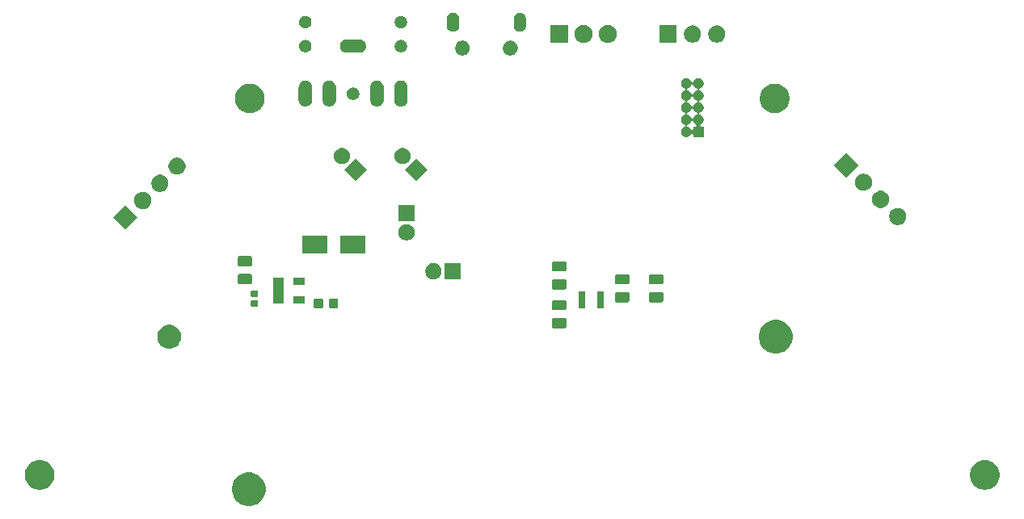
<source format=gbr>
G04 #@! TF.GenerationSoftware,KiCad,Pcbnew,(5.1.5)-3*
G04 #@! TF.CreationDate,2020-12-02T12:44:04-08:00*
G04 #@! TF.ProjectId,USonicTherminNoName,55536f6e-6963-4546-9865-726d696e4e6f,1.0*
G04 #@! TF.SameCoordinates,Original*
G04 #@! TF.FileFunction,Soldermask,Bot*
G04 #@! TF.FilePolarity,Negative*
%FSLAX46Y46*%
G04 Gerber Fmt 4.6, Leading zero omitted, Abs format (unit mm)*
G04 Created by KiCad (PCBNEW (5.1.5)-3) date 2020-12-02 12:44:04*
%MOMM*%
%LPD*%
G04 APERTURE LIST*
%ADD10C,0.100000*%
G04 APERTURE END LIST*
D10*
G36*
X113032039Y-136212250D02*
G01*
X113164796Y-136267240D01*
X113355251Y-136346129D01*
X113646134Y-136540491D01*
X113893509Y-136787866D01*
X114087871Y-137078749D01*
X114087871Y-137078750D01*
X114221750Y-137401961D01*
X114290000Y-137745078D01*
X114290000Y-138094922D01*
X114221750Y-138438039D01*
X114143325Y-138627372D01*
X114087871Y-138761251D01*
X113893509Y-139052134D01*
X113646134Y-139299509D01*
X113355251Y-139493871D01*
X113221372Y-139549325D01*
X113032039Y-139627750D01*
X112688922Y-139696000D01*
X112339078Y-139696000D01*
X111995961Y-139627750D01*
X111806628Y-139549325D01*
X111672749Y-139493871D01*
X111381866Y-139299509D01*
X111134491Y-139052134D01*
X110940129Y-138761251D01*
X110884675Y-138627372D01*
X110806250Y-138438039D01*
X110738000Y-138094922D01*
X110738000Y-137745078D01*
X110806250Y-137401961D01*
X110940129Y-137078750D01*
X110940129Y-137078749D01*
X111134491Y-136787866D01*
X111381866Y-136540491D01*
X111672749Y-136346129D01*
X111863204Y-136267240D01*
X111995961Y-136212250D01*
X112339078Y-136144000D01*
X112688922Y-136144000D01*
X113032039Y-136212250D01*
G37*
G36*
X189916585Y-134898802D02*
G01*
X190066410Y-134928604D01*
X190348674Y-135045521D01*
X190602705Y-135215259D01*
X190818741Y-135431295D01*
X190988479Y-135685326D01*
X191105396Y-135967590D01*
X191165000Y-136267240D01*
X191165000Y-136572760D01*
X191105396Y-136872410D01*
X190988479Y-137154674D01*
X190818741Y-137408705D01*
X190602705Y-137624741D01*
X190348674Y-137794479D01*
X190066410Y-137911396D01*
X189916585Y-137941198D01*
X189766761Y-137971000D01*
X189461239Y-137971000D01*
X189311415Y-137941198D01*
X189161590Y-137911396D01*
X188879326Y-137794479D01*
X188625295Y-137624741D01*
X188409259Y-137408705D01*
X188239521Y-137154674D01*
X188122604Y-136872410D01*
X188063000Y-136572760D01*
X188063000Y-136267240D01*
X188122604Y-135967590D01*
X188239521Y-135685326D01*
X188409259Y-135431295D01*
X188625295Y-135215259D01*
X188879326Y-135045521D01*
X189161590Y-134928604D01*
X189311415Y-134898802D01*
X189461239Y-134869000D01*
X189766761Y-134869000D01*
X189916585Y-134898802D01*
G37*
G36*
X90916585Y-134898802D02*
G01*
X91066410Y-134928604D01*
X91348674Y-135045521D01*
X91602705Y-135215259D01*
X91818741Y-135431295D01*
X91988479Y-135685326D01*
X92105396Y-135967590D01*
X92165000Y-136267240D01*
X92165000Y-136572760D01*
X92105396Y-136872410D01*
X91988479Y-137154674D01*
X91818741Y-137408705D01*
X91602705Y-137624741D01*
X91348674Y-137794479D01*
X91066410Y-137911396D01*
X90916585Y-137941198D01*
X90766761Y-137971000D01*
X90461239Y-137971000D01*
X90311415Y-137941198D01*
X90161590Y-137911396D01*
X89879326Y-137794479D01*
X89625295Y-137624741D01*
X89409259Y-137408705D01*
X89239521Y-137154674D01*
X89122604Y-136872410D01*
X89063000Y-136572760D01*
X89063000Y-136267240D01*
X89122604Y-135967590D01*
X89239521Y-135685326D01*
X89409259Y-135431295D01*
X89625295Y-135215259D01*
X89879326Y-135045521D01*
X90161590Y-134928604D01*
X90311415Y-134898802D01*
X90461239Y-134869000D01*
X90766761Y-134869000D01*
X90916585Y-134898802D01*
G37*
G36*
X168232039Y-120212250D02*
G01*
X168421372Y-120290675D01*
X168555251Y-120346129D01*
X168846134Y-120540491D01*
X169093509Y-120787866D01*
X169287871Y-121078749D01*
X169287871Y-121078750D01*
X169421750Y-121401961D01*
X169490000Y-121745078D01*
X169490000Y-122094922D01*
X169421750Y-122438039D01*
X169391859Y-122510201D01*
X169287871Y-122761251D01*
X169093509Y-123052134D01*
X168846134Y-123299509D01*
X168555251Y-123493871D01*
X168421372Y-123549325D01*
X168232039Y-123627750D01*
X167888922Y-123696000D01*
X167539078Y-123696000D01*
X167195961Y-123627750D01*
X167006628Y-123549325D01*
X166872749Y-123493871D01*
X166581866Y-123299509D01*
X166334491Y-123052134D01*
X166140129Y-122761251D01*
X166036141Y-122510201D01*
X166006250Y-122438039D01*
X165938000Y-122094922D01*
X165938000Y-121745078D01*
X166006250Y-121401961D01*
X166140129Y-121078750D01*
X166140129Y-121078749D01*
X166334491Y-120787866D01*
X166581866Y-120540491D01*
X166872749Y-120346129D01*
X167006628Y-120290675D01*
X167195961Y-120212250D01*
X167539078Y-120144000D01*
X167888922Y-120144000D01*
X168232039Y-120212250D01*
G37*
G36*
X104547444Y-120721882D02*
G01*
X104774201Y-120815808D01*
X104841919Y-120861056D01*
X104978279Y-120952168D01*
X105151832Y-121125721D01*
X105242944Y-121262081D01*
X105288192Y-121329799D01*
X105382118Y-121556556D01*
X105430000Y-121797278D01*
X105430000Y-122042722D01*
X105382118Y-122283444D01*
X105288192Y-122510201D01*
X105288191Y-122510202D01*
X105151832Y-122714279D01*
X104978279Y-122887832D01*
X104841919Y-122978944D01*
X104774201Y-123024192D01*
X104547444Y-123118118D01*
X104306722Y-123166000D01*
X104061278Y-123166000D01*
X103820556Y-123118118D01*
X103593799Y-123024192D01*
X103526081Y-122978944D01*
X103389721Y-122887832D01*
X103216168Y-122714279D01*
X103079809Y-122510202D01*
X103079808Y-122510201D01*
X102985882Y-122283444D01*
X102938000Y-122042722D01*
X102938000Y-121797278D01*
X102985882Y-121556556D01*
X103079808Y-121329799D01*
X103125056Y-121262081D01*
X103216168Y-121125721D01*
X103389721Y-120952168D01*
X103526081Y-120861056D01*
X103593799Y-120815808D01*
X103820556Y-120721882D01*
X104061278Y-120674000D01*
X104306722Y-120674000D01*
X104547444Y-120721882D01*
G37*
G36*
X145618468Y-119957565D02*
G01*
X145657138Y-119969296D01*
X145692777Y-119988346D01*
X145724017Y-120013983D01*
X145749654Y-120045223D01*
X145768704Y-120080862D01*
X145780435Y-120119532D01*
X145785000Y-120165888D01*
X145785000Y-120817112D01*
X145780435Y-120863468D01*
X145768704Y-120902138D01*
X145749654Y-120937777D01*
X145724017Y-120969017D01*
X145692777Y-120994654D01*
X145657138Y-121013704D01*
X145618468Y-121025435D01*
X145572112Y-121030000D01*
X144495888Y-121030000D01*
X144449532Y-121025435D01*
X144410862Y-121013704D01*
X144375223Y-120994654D01*
X144343983Y-120969017D01*
X144318346Y-120937777D01*
X144299296Y-120902138D01*
X144287565Y-120863468D01*
X144283000Y-120817112D01*
X144283000Y-120165888D01*
X144287565Y-120119532D01*
X144299296Y-120080862D01*
X144318346Y-120045223D01*
X144343983Y-120013983D01*
X144375223Y-119988346D01*
X144410862Y-119969296D01*
X144449532Y-119957565D01*
X144495888Y-119953000D01*
X145572112Y-119953000D01*
X145618468Y-119957565D01*
G37*
G36*
X145618468Y-118082565D02*
G01*
X145657138Y-118094296D01*
X145692777Y-118113346D01*
X145724017Y-118138983D01*
X145749654Y-118170223D01*
X145768704Y-118205862D01*
X145780435Y-118244532D01*
X145785000Y-118290888D01*
X145785000Y-118942112D01*
X145780435Y-118988468D01*
X145768704Y-119027138D01*
X145749654Y-119062777D01*
X145724017Y-119094017D01*
X145692777Y-119119654D01*
X145657138Y-119138704D01*
X145618468Y-119150435D01*
X145572112Y-119155000D01*
X144495888Y-119155000D01*
X144449532Y-119150435D01*
X144410862Y-119138704D01*
X144375223Y-119119654D01*
X144343983Y-119094017D01*
X144318346Y-119062777D01*
X144299296Y-119027138D01*
X144287565Y-118988468D01*
X144283000Y-118942112D01*
X144283000Y-118290888D01*
X144287565Y-118244532D01*
X144299296Y-118205862D01*
X144318346Y-118170223D01*
X144343983Y-118138983D01*
X144375223Y-118113346D01*
X144410862Y-118094296D01*
X144449532Y-118082565D01*
X144495888Y-118078000D01*
X145572112Y-118078000D01*
X145618468Y-118082565D01*
G37*
G36*
X147787000Y-118975000D02*
G01*
X147085000Y-118975000D01*
X147085000Y-117153000D01*
X147787000Y-117153000D01*
X147787000Y-118975000D01*
G37*
G36*
X149687000Y-118975000D02*
G01*
X148985000Y-118975000D01*
X148985000Y-117153000D01*
X149687000Y-117153000D01*
X149687000Y-118975000D01*
G37*
G36*
X120168591Y-117898085D02*
G01*
X120202569Y-117908393D01*
X120233890Y-117925134D01*
X120261339Y-117947661D01*
X120283866Y-117975110D01*
X120300607Y-118006431D01*
X120310915Y-118040409D01*
X120315000Y-118081890D01*
X120315000Y-118758110D01*
X120310915Y-118799591D01*
X120300607Y-118833569D01*
X120283866Y-118864890D01*
X120261339Y-118892339D01*
X120233890Y-118914866D01*
X120202569Y-118931607D01*
X120168591Y-118941915D01*
X120127110Y-118946000D01*
X119525890Y-118946000D01*
X119484409Y-118941915D01*
X119450431Y-118931607D01*
X119419110Y-118914866D01*
X119391661Y-118892339D01*
X119369134Y-118864890D01*
X119352393Y-118833569D01*
X119342085Y-118799591D01*
X119338000Y-118758110D01*
X119338000Y-118081890D01*
X119342085Y-118040409D01*
X119352393Y-118006431D01*
X119369134Y-117975110D01*
X119391661Y-117947661D01*
X119419110Y-117925134D01*
X119450431Y-117908393D01*
X119484409Y-117898085D01*
X119525890Y-117894000D01*
X120127110Y-117894000D01*
X120168591Y-117898085D01*
G37*
G36*
X121743591Y-117898085D02*
G01*
X121777569Y-117908393D01*
X121808890Y-117925134D01*
X121836339Y-117947661D01*
X121858866Y-117975110D01*
X121875607Y-118006431D01*
X121885915Y-118040409D01*
X121890000Y-118081890D01*
X121890000Y-118758110D01*
X121885915Y-118799591D01*
X121875607Y-118833569D01*
X121858866Y-118864890D01*
X121836339Y-118892339D01*
X121808890Y-118914866D01*
X121777569Y-118931607D01*
X121743591Y-118941915D01*
X121702110Y-118946000D01*
X121100890Y-118946000D01*
X121059409Y-118941915D01*
X121025431Y-118931607D01*
X120994110Y-118914866D01*
X120966661Y-118892339D01*
X120944134Y-118864890D01*
X120927393Y-118833569D01*
X120917085Y-118799591D01*
X120913000Y-118758110D01*
X120913000Y-118081890D01*
X120917085Y-118040409D01*
X120927393Y-118006431D01*
X120944134Y-117975110D01*
X120966661Y-117947661D01*
X120994110Y-117925134D01*
X121025431Y-117908393D01*
X121059409Y-117898085D01*
X121100890Y-117894000D01*
X121702110Y-117894000D01*
X121743591Y-117898085D01*
G37*
G36*
X113395938Y-118061716D02*
G01*
X113416557Y-118067971D01*
X113435553Y-118078124D01*
X113452208Y-118091792D01*
X113465876Y-118108447D01*
X113476029Y-118127443D01*
X113482284Y-118148062D01*
X113485000Y-118175640D01*
X113485000Y-118634360D01*
X113482284Y-118661938D01*
X113476029Y-118682557D01*
X113465876Y-118701553D01*
X113452208Y-118718208D01*
X113435553Y-118731876D01*
X113416557Y-118742029D01*
X113395938Y-118748284D01*
X113368360Y-118751000D01*
X112859640Y-118751000D01*
X112832062Y-118748284D01*
X112811443Y-118742029D01*
X112792447Y-118731876D01*
X112775792Y-118718208D01*
X112762124Y-118701553D01*
X112751971Y-118682557D01*
X112745716Y-118661938D01*
X112743000Y-118634360D01*
X112743000Y-118175640D01*
X112745716Y-118148062D01*
X112751971Y-118127443D01*
X112762124Y-118108447D01*
X112775792Y-118091792D01*
X112792447Y-118078124D01*
X112811443Y-118067971D01*
X112832062Y-118061716D01*
X112859640Y-118059000D01*
X113368360Y-118059000D01*
X113395938Y-118061716D01*
G37*
G36*
X116195000Y-118402000D02*
G01*
X115033000Y-118402000D01*
X115033000Y-115750000D01*
X116195000Y-115750000D01*
X116195000Y-118402000D01*
G37*
G36*
X118395000Y-118402000D02*
G01*
X117233000Y-118402000D01*
X117233000Y-117650000D01*
X118395000Y-117650000D01*
X118395000Y-118402000D01*
G37*
G36*
X155778468Y-117243565D02*
G01*
X155817138Y-117255296D01*
X155852777Y-117274346D01*
X155884017Y-117299983D01*
X155909654Y-117331223D01*
X155928704Y-117366862D01*
X155940435Y-117405532D01*
X155945000Y-117451888D01*
X155945000Y-118103112D01*
X155940435Y-118149468D01*
X155928704Y-118188138D01*
X155909654Y-118223777D01*
X155884017Y-118255017D01*
X155852777Y-118280654D01*
X155817138Y-118299704D01*
X155778468Y-118311435D01*
X155732112Y-118316000D01*
X154655888Y-118316000D01*
X154609532Y-118311435D01*
X154570862Y-118299704D01*
X154535223Y-118280654D01*
X154503983Y-118255017D01*
X154478346Y-118223777D01*
X154459296Y-118188138D01*
X154447565Y-118149468D01*
X154443000Y-118103112D01*
X154443000Y-117451888D01*
X154447565Y-117405532D01*
X154459296Y-117366862D01*
X154478346Y-117331223D01*
X154503983Y-117299983D01*
X154535223Y-117274346D01*
X154570862Y-117255296D01*
X154609532Y-117243565D01*
X154655888Y-117239000D01*
X155732112Y-117239000D01*
X155778468Y-117243565D01*
G37*
G36*
X152222468Y-117243565D02*
G01*
X152261138Y-117255296D01*
X152296777Y-117274346D01*
X152328017Y-117299983D01*
X152353654Y-117331223D01*
X152372704Y-117366862D01*
X152384435Y-117405532D01*
X152389000Y-117451888D01*
X152389000Y-118103112D01*
X152384435Y-118149468D01*
X152372704Y-118188138D01*
X152353654Y-118223777D01*
X152328017Y-118255017D01*
X152296777Y-118280654D01*
X152261138Y-118299704D01*
X152222468Y-118311435D01*
X152176112Y-118316000D01*
X151099888Y-118316000D01*
X151053532Y-118311435D01*
X151014862Y-118299704D01*
X150979223Y-118280654D01*
X150947983Y-118255017D01*
X150922346Y-118223777D01*
X150903296Y-118188138D01*
X150891565Y-118149468D01*
X150887000Y-118103112D01*
X150887000Y-117451888D01*
X150891565Y-117405532D01*
X150903296Y-117366862D01*
X150922346Y-117331223D01*
X150947983Y-117299983D01*
X150979223Y-117274346D01*
X151014862Y-117255296D01*
X151053532Y-117243565D01*
X151099888Y-117239000D01*
X152176112Y-117239000D01*
X152222468Y-117243565D01*
G37*
G36*
X113395938Y-117091716D02*
G01*
X113416557Y-117097971D01*
X113435553Y-117108124D01*
X113452208Y-117121792D01*
X113465876Y-117138447D01*
X113476029Y-117157443D01*
X113482284Y-117178062D01*
X113485000Y-117205640D01*
X113485000Y-117664360D01*
X113482284Y-117691938D01*
X113476029Y-117712557D01*
X113465876Y-117731553D01*
X113452208Y-117748208D01*
X113435553Y-117761876D01*
X113416557Y-117772029D01*
X113395938Y-117778284D01*
X113368360Y-117781000D01*
X112859640Y-117781000D01*
X112832062Y-117778284D01*
X112811443Y-117772029D01*
X112792447Y-117761876D01*
X112775792Y-117748208D01*
X112762124Y-117731553D01*
X112751971Y-117712557D01*
X112745716Y-117691938D01*
X112743000Y-117664360D01*
X112743000Y-117205640D01*
X112745716Y-117178062D01*
X112751971Y-117157443D01*
X112762124Y-117138447D01*
X112775792Y-117121792D01*
X112792447Y-117108124D01*
X112811443Y-117097971D01*
X112832062Y-117091716D01*
X112859640Y-117089000D01*
X113368360Y-117089000D01*
X113395938Y-117091716D01*
G37*
G36*
X145618468Y-115895065D02*
G01*
X145657138Y-115906796D01*
X145692777Y-115925846D01*
X145724017Y-115951483D01*
X145749654Y-115982723D01*
X145768704Y-116018362D01*
X145780435Y-116057032D01*
X145785000Y-116103388D01*
X145785000Y-116754612D01*
X145780435Y-116800968D01*
X145768704Y-116839638D01*
X145749654Y-116875277D01*
X145724017Y-116906517D01*
X145692777Y-116932154D01*
X145657138Y-116951204D01*
X145618468Y-116962935D01*
X145572112Y-116967500D01*
X144495888Y-116967500D01*
X144449532Y-116962935D01*
X144410862Y-116951204D01*
X144375223Y-116932154D01*
X144343983Y-116906517D01*
X144318346Y-116875277D01*
X144299296Y-116839638D01*
X144287565Y-116800968D01*
X144283000Y-116754612D01*
X144283000Y-116103388D01*
X144287565Y-116057032D01*
X144299296Y-116018362D01*
X144318346Y-115982723D01*
X144343983Y-115951483D01*
X144375223Y-115925846D01*
X144410862Y-115906796D01*
X144449532Y-115895065D01*
X144495888Y-115890500D01*
X145572112Y-115890500D01*
X145618468Y-115895065D01*
G37*
G36*
X118395000Y-116502000D02*
G01*
X117233000Y-116502000D01*
X117233000Y-115750000D01*
X118395000Y-115750000D01*
X118395000Y-116502000D01*
G37*
G36*
X152222468Y-115368565D02*
G01*
X152261138Y-115380296D01*
X152296777Y-115399346D01*
X152328017Y-115424983D01*
X152353654Y-115456223D01*
X152372704Y-115491862D01*
X152384435Y-115530532D01*
X152389000Y-115576888D01*
X152389000Y-116228112D01*
X152384435Y-116274468D01*
X152372704Y-116313138D01*
X152353654Y-116348777D01*
X152328017Y-116380017D01*
X152296777Y-116405654D01*
X152261138Y-116424704D01*
X152222468Y-116436435D01*
X152176112Y-116441000D01*
X151099888Y-116441000D01*
X151053532Y-116436435D01*
X151014862Y-116424704D01*
X150979223Y-116405654D01*
X150947983Y-116380017D01*
X150922346Y-116348777D01*
X150903296Y-116313138D01*
X150891565Y-116274468D01*
X150887000Y-116228112D01*
X150887000Y-115576888D01*
X150891565Y-115530532D01*
X150903296Y-115491862D01*
X150922346Y-115456223D01*
X150947983Y-115424983D01*
X150979223Y-115399346D01*
X151014862Y-115380296D01*
X151053532Y-115368565D01*
X151099888Y-115364000D01*
X152176112Y-115364000D01*
X152222468Y-115368565D01*
G37*
G36*
X155778468Y-115368565D02*
G01*
X155817138Y-115380296D01*
X155852777Y-115399346D01*
X155884017Y-115424983D01*
X155909654Y-115456223D01*
X155928704Y-115491862D01*
X155940435Y-115530532D01*
X155945000Y-115576888D01*
X155945000Y-116228112D01*
X155940435Y-116274468D01*
X155928704Y-116313138D01*
X155909654Y-116348777D01*
X155884017Y-116380017D01*
X155852777Y-116405654D01*
X155817138Y-116424704D01*
X155778468Y-116436435D01*
X155732112Y-116441000D01*
X154655888Y-116441000D01*
X154609532Y-116436435D01*
X154570862Y-116424704D01*
X154535223Y-116405654D01*
X154503983Y-116380017D01*
X154478346Y-116348777D01*
X154459296Y-116313138D01*
X154447565Y-116274468D01*
X154443000Y-116228112D01*
X154443000Y-115576888D01*
X154447565Y-115530532D01*
X154459296Y-115491862D01*
X154478346Y-115456223D01*
X154503983Y-115424983D01*
X154535223Y-115399346D01*
X154570862Y-115380296D01*
X154609532Y-115368565D01*
X154655888Y-115364000D01*
X155732112Y-115364000D01*
X155778468Y-115368565D01*
G37*
G36*
X112698468Y-115323565D02*
G01*
X112737138Y-115335296D01*
X112772777Y-115354346D01*
X112804017Y-115379983D01*
X112829654Y-115411223D01*
X112848704Y-115446862D01*
X112860435Y-115485532D01*
X112865000Y-115531888D01*
X112865000Y-116183112D01*
X112860435Y-116229468D01*
X112848704Y-116268138D01*
X112829654Y-116303777D01*
X112804017Y-116335017D01*
X112772777Y-116360654D01*
X112737138Y-116379704D01*
X112698468Y-116391435D01*
X112652112Y-116396000D01*
X111575888Y-116396000D01*
X111529532Y-116391435D01*
X111490862Y-116379704D01*
X111455223Y-116360654D01*
X111423983Y-116335017D01*
X111398346Y-116303777D01*
X111379296Y-116268138D01*
X111367565Y-116229468D01*
X111363000Y-116183112D01*
X111363000Y-115531888D01*
X111367565Y-115485532D01*
X111379296Y-115446862D01*
X111398346Y-115411223D01*
X111423983Y-115379983D01*
X111455223Y-115354346D01*
X111490862Y-115335296D01*
X111529532Y-115323565D01*
X111575888Y-115319000D01*
X112652112Y-115319000D01*
X112698468Y-115323565D01*
G37*
G36*
X134709000Y-115913000D02*
G01*
X133007000Y-115913000D01*
X133007000Y-114211000D01*
X134709000Y-114211000D01*
X134709000Y-115913000D01*
G37*
G36*
X132106228Y-114243703D02*
G01*
X132261100Y-114307853D01*
X132400481Y-114400985D01*
X132519015Y-114519519D01*
X132612147Y-114658900D01*
X132676297Y-114813772D01*
X132709000Y-114978184D01*
X132709000Y-115145816D01*
X132676297Y-115310228D01*
X132612147Y-115465100D01*
X132519015Y-115604481D01*
X132400481Y-115723015D01*
X132261100Y-115816147D01*
X132106228Y-115880297D01*
X131941816Y-115913000D01*
X131774184Y-115913000D01*
X131609772Y-115880297D01*
X131454900Y-115816147D01*
X131315519Y-115723015D01*
X131196985Y-115604481D01*
X131103853Y-115465100D01*
X131039703Y-115310228D01*
X131007000Y-115145816D01*
X131007000Y-114978184D01*
X131039703Y-114813772D01*
X131103853Y-114658900D01*
X131196985Y-114519519D01*
X131315519Y-114400985D01*
X131454900Y-114307853D01*
X131609772Y-114243703D01*
X131774184Y-114211000D01*
X131941816Y-114211000D01*
X132106228Y-114243703D01*
G37*
G36*
X145618468Y-114020065D02*
G01*
X145657138Y-114031796D01*
X145692777Y-114050846D01*
X145724017Y-114076483D01*
X145749654Y-114107723D01*
X145768704Y-114143362D01*
X145780435Y-114182032D01*
X145785000Y-114228388D01*
X145785000Y-114879612D01*
X145780435Y-114925968D01*
X145768704Y-114964638D01*
X145749654Y-115000277D01*
X145724017Y-115031517D01*
X145692777Y-115057154D01*
X145657138Y-115076204D01*
X145618468Y-115087935D01*
X145572112Y-115092500D01*
X144495888Y-115092500D01*
X144449532Y-115087935D01*
X144410862Y-115076204D01*
X144375223Y-115057154D01*
X144343983Y-115031517D01*
X144318346Y-115000277D01*
X144299296Y-114964638D01*
X144287565Y-114925968D01*
X144283000Y-114879612D01*
X144283000Y-114228388D01*
X144287565Y-114182032D01*
X144299296Y-114143362D01*
X144318346Y-114107723D01*
X144343983Y-114076483D01*
X144375223Y-114050846D01*
X144410862Y-114031796D01*
X144449532Y-114020065D01*
X144495888Y-114015500D01*
X145572112Y-114015500D01*
X145618468Y-114020065D01*
G37*
G36*
X112698468Y-113448565D02*
G01*
X112737138Y-113460296D01*
X112772777Y-113479346D01*
X112804017Y-113504983D01*
X112829654Y-113536223D01*
X112848704Y-113571862D01*
X112860435Y-113610532D01*
X112865000Y-113656888D01*
X112865000Y-114308112D01*
X112860435Y-114354468D01*
X112848704Y-114393138D01*
X112829654Y-114428777D01*
X112804017Y-114460017D01*
X112772777Y-114485654D01*
X112737138Y-114504704D01*
X112698468Y-114516435D01*
X112652112Y-114521000D01*
X111575888Y-114521000D01*
X111529532Y-114516435D01*
X111490862Y-114504704D01*
X111455223Y-114485654D01*
X111423983Y-114460017D01*
X111398346Y-114428777D01*
X111379296Y-114393138D01*
X111367565Y-114354468D01*
X111363000Y-114308112D01*
X111363000Y-113656888D01*
X111367565Y-113610532D01*
X111379296Y-113571862D01*
X111398346Y-113536223D01*
X111423983Y-113504983D01*
X111455223Y-113479346D01*
X111490862Y-113460296D01*
X111529532Y-113448565D01*
X111575888Y-113444000D01*
X112652112Y-113444000D01*
X112698468Y-113448565D01*
G37*
G36*
X120713000Y-113169000D02*
G01*
X118111000Y-113169000D01*
X118111000Y-111367000D01*
X120713000Y-111367000D01*
X120713000Y-113169000D01*
G37*
G36*
X124713000Y-113169000D02*
G01*
X122111000Y-113169000D01*
X122111000Y-111367000D01*
X124713000Y-111367000D01*
X124713000Y-113169000D01*
G37*
G36*
X129280228Y-110147703D02*
G01*
X129435100Y-110211853D01*
X129574481Y-110304985D01*
X129693015Y-110423519D01*
X129786147Y-110562900D01*
X129850297Y-110717772D01*
X129883000Y-110882184D01*
X129883000Y-111049816D01*
X129850297Y-111214228D01*
X129786147Y-111369100D01*
X129693015Y-111508481D01*
X129574481Y-111627015D01*
X129435100Y-111720147D01*
X129280228Y-111784297D01*
X129115816Y-111817000D01*
X128948184Y-111817000D01*
X128783772Y-111784297D01*
X128628900Y-111720147D01*
X128489519Y-111627015D01*
X128370985Y-111508481D01*
X128277853Y-111369100D01*
X128213703Y-111214228D01*
X128181000Y-111049816D01*
X128181000Y-110882184D01*
X128213703Y-110717772D01*
X128277853Y-110562900D01*
X128370985Y-110423519D01*
X128489519Y-110304985D01*
X128628900Y-110211853D01*
X128783772Y-110147703D01*
X128948184Y-110115000D01*
X129115816Y-110115000D01*
X129280228Y-110147703D01*
G37*
G36*
X100888206Y-109420000D02*
G01*
X99614000Y-110694206D01*
X98339794Y-109420000D01*
X99614000Y-108145794D01*
X100888206Y-109420000D01*
G37*
G36*
X180615666Y-108412081D02*
G01*
X180764966Y-108441778D01*
X180928938Y-108509698D01*
X181076508Y-108608301D01*
X181202007Y-108733800D01*
X181300610Y-108881370D01*
X181368530Y-109045342D01*
X181403154Y-109219413D01*
X181403154Y-109396895D01*
X181368530Y-109570966D01*
X181300610Y-109734938D01*
X181202007Y-109882508D01*
X181076508Y-110008007D01*
X180928938Y-110106610D01*
X180764966Y-110174530D01*
X180615666Y-110204227D01*
X180590896Y-110209154D01*
X180413412Y-110209154D01*
X180388642Y-110204227D01*
X180239342Y-110174530D01*
X180075370Y-110106610D01*
X179927800Y-110008007D01*
X179802301Y-109882508D01*
X179703698Y-109734938D01*
X179635778Y-109570966D01*
X179601154Y-109396895D01*
X179601154Y-109219413D01*
X179635778Y-109045342D01*
X179703698Y-108881370D01*
X179802301Y-108733800D01*
X179927800Y-108608301D01*
X180075370Y-108509698D01*
X180239342Y-108441778D01*
X180388642Y-108412081D01*
X180413412Y-108407154D01*
X180590896Y-108407154D01*
X180615666Y-108412081D01*
G37*
G36*
X129883000Y-109817000D02*
G01*
X128181000Y-109817000D01*
X128181000Y-108115000D01*
X129883000Y-108115000D01*
X129883000Y-109817000D01*
G37*
G36*
X101523563Y-106727876D02*
G01*
X101672863Y-106757573D01*
X101836835Y-106825493D01*
X101984405Y-106924096D01*
X102109904Y-107049595D01*
X102208507Y-107197165D01*
X102276427Y-107361137D01*
X102311051Y-107535208D01*
X102311051Y-107712690D01*
X102276427Y-107886761D01*
X102208507Y-108050733D01*
X102109904Y-108198303D01*
X101984405Y-108323802D01*
X101836835Y-108422405D01*
X101672863Y-108490325D01*
X101523563Y-108520022D01*
X101498793Y-108524949D01*
X101321309Y-108524949D01*
X101296539Y-108520022D01*
X101147239Y-108490325D01*
X100983267Y-108422405D01*
X100835697Y-108323802D01*
X100710198Y-108198303D01*
X100611595Y-108050733D01*
X100543675Y-107886761D01*
X100509051Y-107712690D01*
X100509051Y-107535208D01*
X100543675Y-107361137D01*
X100611595Y-107197165D01*
X100710198Y-107049595D01*
X100835697Y-106924096D01*
X100983267Y-106825493D01*
X101147239Y-106757573D01*
X101296539Y-106727876D01*
X101321309Y-106722949D01*
X101498793Y-106722949D01*
X101523563Y-106727876D01*
G37*
G36*
X178819614Y-106616029D02*
G01*
X178968914Y-106645726D01*
X179132886Y-106713646D01*
X179280456Y-106812249D01*
X179405955Y-106937748D01*
X179504558Y-107085318D01*
X179572478Y-107249290D01*
X179607102Y-107423361D01*
X179607102Y-107600843D01*
X179572478Y-107774914D01*
X179504558Y-107938886D01*
X179405955Y-108086456D01*
X179280456Y-108211955D01*
X179132886Y-108310558D01*
X178968914Y-108378478D01*
X178824746Y-108407154D01*
X178794844Y-108413102D01*
X178617360Y-108413102D01*
X178587458Y-108407154D01*
X178443290Y-108378478D01*
X178279318Y-108310558D01*
X178131748Y-108211955D01*
X178006249Y-108086456D01*
X177907646Y-107938886D01*
X177839726Y-107774914D01*
X177805102Y-107600843D01*
X177805102Y-107423361D01*
X177839726Y-107249290D01*
X177907646Y-107085318D01*
X178006249Y-106937748D01*
X178131748Y-106812249D01*
X178279318Y-106713646D01*
X178443290Y-106645726D01*
X178592590Y-106616029D01*
X178617360Y-106611102D01*
X178794844Y-106611102D01*
X178819614Y-106616029D01*
G37*
G36*
X103319614Y-104931825D02*
G01*
X103468914Y-104961522D01*
X103632886Y-105029442D01*
X103780456Y-105128045D01*
X103905955Y-105253544D01*
X104004558Y-105401114D01*
X104072478Y-105565086D01*
X104107102Y-105739157D01*
X104107102Y-105916639D01*
X104072478Y-106090710D01*
X104004558Y-106254682D01*
X103905955Y-106402252D01*
X103780456Y-106527751D01*
X103632886Y-106626354D01*
X103468914Y-106694274D01*
X103324751Y-106722949D01*
X103294844Y-106728898D01*
X103117360Y-106728898D01*
X103087453Y-106722949D01*
X102943290Y-106694274D01*
X102779318Y-106626354D01*
X102631748Y-106527751D01*
X102506249Y-106402252D01*
X102407646Y-106254682D01*
X102339726Y-106090710D01*
X102305102Y-105916639D01*
X102305102Y-105739157D01*
X102339726Y-105565086D01*
X102407646Y-105401114D01*
X102506249Y-105253544D01*
X102631748Y-105128045D01*
X102779318Y-105029442D01*
X102943290Y-104961522D01*
X103092590Y-104931825D01*
X103117360Y-104926898D01*
X103294844Y-104926898D01*
X103319614Y-104931825D01*
G37*
G36*
X177023563Y-104819978D02*
G01*
X177172863Y-104849675D01*
X177336835Y-104917595D01*
X177484405Y-105016198D01*
X177609904Y-105141697D01*
X177708507Y-105289267D01*
X177776427Y-105453239D01*
X177811051Y-105627310D01*
X177811051Y-105804792D01*
X177776427Y-105978863D01*
X177708507Y-106142835D01*
X177609904Y-106290405D01*
X177484405Y-106415904D01*
X177336835Y-106514507D01*
X177172863Y-106582427D01*
X177028700Y-106611102D01*
X176998793Y-106617051D01*
X176821309Y-106617051D01*
X176791402Y-106611102D01*
X176647239Y-106582427D01*
X176483267Y-106514507D01*
X176335697Y-106415904D01*
X176210198Y-106290405D01*
X176111595Y-106142835D01*
X176043675Y-105978863D01*
X176009051Y-105804792D01*
X176009051Y-105627310D01*
X176043675Y-105453239D01*
X176111595Y-105289267D01*
X176210198Y-105141697D01*
X176335697Y-105016198D01*
X176483267Y-104917595D01*
X176647239Y-104849675D01*
X176796539Y-104819978D01*
X176821309Y-104815051D01*
X176998793Y-104815051D01*
X177023563Y-104819978D01*
G37*
G36*
X131251496Y-104394000D02*
G01*
X130048000Y-105597496D01*
X128844504Y-104394000D01*
X130048000Y-103190504D01*
X131251496Y-104394000D01*
G37*
G36*
X124901496Y-104394000D02*
G01*
X123698000Y-105597496D01*
X122494504Y-104394000D01*
X123698000Y-103190504D01*
X124901496Y-104394000D01*
G37*
G36*
X176388206Y-103920000D02*
G01*
X175114000Y-105194206D01*
X173839794Y-103920000D01*
X175114000Y-102645794D01*
X176388206Y-103920000D01*
G37*
G36*
X105115666Y-103135773D02*
G01*
X105264966Y-103165470D01*
X105428938Y-103233390D01*
X105576508Y-103331993D01*
X105702007Y-103457492D01*
X105800610Y-103605062D01*
X105868530Y-103769034D01*
X105903154Y-103943105D01*
X105903154Y-104120587D01*
X105868530Y-104294658D01*
X105800610Y-104458630D01*
X105702007Y-104606200D01*
X105576508Y-104731699D01*
X105428938Y-104830302D01*
X105264966Y-104898222D01*
X105120798Y-104926898D01*
X105090896Y-104932846D01*
X104913412Y-104932846D01*
X104883510Y-104926898D01*
X104739342Y-104898222D01*
X104575370Y-104830302D01*
X104427800Y-104731699D01*
X104302301Y-104606200D01*
X104203698Y-104458630D01*
X104135778Y-104294658D01*
X104101154Y-104120587D01*
X104101154Y-103943105D01*
X104135778Y-103769034D01*
X104203698Y-103605062D01*
X104302301Y-103457492D01*
X104427800Y-103331993D01*
X104575370Y-103233390D01*
X104739342Y-103165470D01*
X104888642Y-103135773D01*
X104913412Y-103130846D01*
X105090896Y-103130846D01*
X105115666Y-103135773D01*
G37*
G36*
X128882014Y-102161489D02*
G01*
X129036886Y-102225639D01*
X129176267Y-102318771D01*
X129294801Y-102437305D01*
X129387933Y-102576686D01*
X129452083Y-102731558D01*
X129484786Y-102895970D01*
X129484786Y-103063602D01*
X129452083Y-103228014D01*
X129387933Y-103382886D01*
X129294801Y-103522267D01*
X129176267Y-103640801D01*
X129036886Y-103733933D01*
X128882014Y-103798083D01*
X128717602Y-103830786D01*
X128549970Y-103830786D01*
X128385558Y-103798083D01*
X128230686Y-103733933D01*
X128091305Y-103640801D01*
X127972771Y-103522267D01*
X127879639Y-103382886D01*
X127815489Y-103228014D01*
X127782786Y-103063602D01*
X127782786Y-102895970D01*
X127815489Y-102731558D01*
X127879639Y-102576686D01*
X127972771Y-102437305D01*
X128091305Y-102318771D01*
X128230686Y-102225639D01*
X128385558Y-102161489D01*
X128549970Y-102128786D01*
X128717602Y-102128786D01*
X128882014Y-102161489D01*
G37*
G36*
X122532014Y-102161489D02*
G01*
X122686886Y-102225639D01*
X122826267Y-102318771D01*
X122944801Y-102437305D01*
X123037933Y-102576686D01*
X123102083Y-102731558D01*
X123134786Y-102895970D01*
X123134786Y-103063602D01*
X123102083Y-103228014D01*
X123037933Y-103382886D01*
X122944801Y-103522267D01*
X122826267Y-103640801D01*
X122686886Y-103733933D01*
X122532014Y-103798083D01*
X122367602Y-103830786D01*
X122199970Y-103830786D01*
X122035558Y-103798083D01*
X121880686Y-103733933D01*
X121741305Y-103640801D01*
X121622771Y-103522267D01*
X121529639Y-103382886D01*
X121465489Y-103228014D01*
X121432786Y-103063602D01*
X121432786Y-102895970D01*
X121465489Y-102731558D01*
X121529639Y-102576686D01*
X121622771Y-102437305D01*
X121741305Y-102318771D01*
X121880686Y-102225639D01*
X122035558Y-102161489D01*
X122199970Y-102128786D01*
X122367602Y-102128786D01*
X122532014Y-102161489D01*
G37*
G36*
X158504721Y-94810174D02*
G01*
X158604995Y-94851709D01*
X158604996Y-94851710D01*
X158695242Y-94912010D01*
X158771990Y-94988758D01*
X158771991Y-94988760D01*
X158832291Y-95079005D01*
X158863516Y-95154389D01*
X158875067Y-95176000D01*
X158890612Y-95194941D01*
X158909554Y-95210487D01*
X158931165Y-95222038D01*
X158954614Y-95229151D01*
X158979000Y-95231553D01*
X159003386Y-95229151D01*
X159026835Y-95222038D01*
X159048446Y-95210487D01*
X159067387Y-95194942D01*
X159082933Y-95176000D01*
X159094484Y-95154389D01*
X159125709Y-95079005D01*
X159186009Y-94988760D01*
X159186010Y-94988758D01*
X159262758Y-94912010D01*
X159353004Y-94851710D01*
X159353005Y-94851709D01*
X159453279Y-94810174D01*
X159559730Y-94789000D01*
X159668270Y-94789000D01*
X159774721Y-94810174D01*
X159874995Y-94851709D01*
X159874996Y-94851710D01*
X159965242Y-94912010D01*
X160041990Y-94988758D01*
X160041991Y-94988760D01*
X160102291Y-95079005D01*
X160143826Y-95179279D01*
X160165000Y-95285730D01*
X160165000Y-95394270D01*
X160143826Y-95500721D01*
X160102291Y-95600995D01*
X160102290Y-95600996D01*
X160041990Y-95691242D01*
X159965242Y-95767990D01*
X159919812Y-95798345D01*
X159874995Y-95828291D01*
X159799611Y-95859516D01*
X159778000Y-95871067D01*
X159759059Y-95886612D01*
X159743513Y-95905554D01*
X159731962Y-95927165D01*
X159724849Y-95950614D01*
X159722447Y-95975000D01*
X159724849Y-95999386D01*
X159731962Y-96022835D01*
X159743513Y-96044446D01*
X159759058Y-96063387D01*
X159778000Y-96078933D01*
X159799611Y-96090484D01*
X159874995Y-96121709D01*
X159874996Y-96121710D01*
X159965242Y-96182010D01*
X160041990Y-96258758D01*
X160041991Y-96258760D01*
X160102291Y-96349005D01*
X160143826Y-96449279D01*
X160165000Y-96555730D01*
X160165000Y-96664270D01*
X160143826Y-96770721D01*
X160102291Y-96870995D01*
X160102290Y-96870996D01*
X160041990Y-96961242D01*
X159965242Y-97037990D01*
X159919812Y-97068345D01*
X159874995Y-97098291D01*
X159799611Y-97129516D01*
X159778000Y-97141067D01*
X159759059Y-97156612D01*
X159743513Y-97175554D01*
X159731962Y-97197165D01*
X159724849Y-97220614D01*
X159722447Y-97245000D01*
X159724849Y-97269386D01*
X159731962Y-97292835D01*
X159743513Y-97314446D01*
X159759058Y-97333387D01*
X159778000Y-97348933D01*
X159799611Y-97360484D01*
X159874995Y-97391709D01*
X159874996Y-97391710D01*
X159965242Y-97452010D01*
X160041990Y-97528758D01*
X160041991Y-97528760D01*
X160102291Y-97619005D01*
X160143826Y-97719279D01*
X160165000Y-97825730D01*
X160165000Y-97934270D01*
X160143826Y-98040721D01*
X160102291Y-98140995D01*
X160102290Y-98140996D01*
X160041990Y-98231242D01*
X159965242Y-98307990D01*
X159919812Y-98338345D01*
X159874995Y-98368291D01*
X159799611Y-98399516D01*
X159778000Y-98411067D01*
X159759059Y-98426612D01*
X159743513Y-98445554D01*
X159731962Y-98467165D01*
X159724849Y-98490614D01*
X159722447Y-98515000D01*
X159724849Y-98539386D01*
X159731962Y-98562835D01*
X159743513Y-98584446D01*
X159759058Y-98603387D01*
X159778000Y-98618933D01*
X159799611Y-98630484D01*
X159874995Y-98661709D01*
X159874996Y-98661710D01*
X159965242Y-98722010D01*
X160041990Y-98798758D01*
X160041991Y-98798760D01*
X160102291Y-98889005D01*
X160143826Y-98989279D01*
X160165000Y-99095730D01*
X160165000Y-99204270D01*
X160143826Y-99310721D01*
X160102291Y-99410995D01*
X160102290Y-99410996D01*
X160041990Y-99501242D01*
X159965242Y-99577990D01*
X159933816Y-99598988D01*
X159872336Y-99640068D01*
X159853394Y-99655614D01*
X159837849Y-99674556D01*
X159826298Y-99696167D01*
X159819185Y-99719615D01*
X159816783Y-99744002D01*
X159819185Y-99768388D01*
X159826298Y-99791837D01*
X159837849Y-99813447D01*
X159853395Y-99832389D01*
X159872337Y-99847934D01*
X159893948Y-99859485D01*
X159917396Y-99866598D01*
X159941782Y-99869000D01*
X160165000Y-99869000D01*
X160165000Y-100971000D01*
X159063000Y-100971000D01*
X159063000Y-100747782D01*
X159060598Y-100723396D01*
X159053485Y-100699947D01*
X159041934Y-100678336D01*
X159026389Y-100659394D01*
X159007447Y-100643849D01*
X158985836Y-100632298D01*
X158962387Y-100625185D01*
X158938001Y-100622783D01*
X158913615Y-100625185D01*
X158890166Y-100632298D01*
X158868555Y-100643849D01*
X158849613Y-100659394D01*
X158834068Y-100678336D01*
X158792988Y-100739816D01*
X158771990Y-100771242D01*
X158695242Y-100847990D01*
X158649812Y-100878345D01*
X158604995Y-100908291D01*
X158504721Y-100949826D01*
X158398270Y-100971000D01*
X158289730Y-100971000D01*
X158183279Y-100949826D01*
X158083005Y-100908291D01*
X158038188Y-100878345D01*
X157992758Y-100847990D01*
X157916010Y-100771242D01*
X157884041Y-100723396D01*
X157855709Y-100680995D01*
X157814174Y-100580721D01*
X157793000Y-100474270D01*
X157793000Y-100365730D01*
X157814174Y-100259279D01*
X157855709Y-100159005D01*
X157916009Y-100068760D01*
X157916010Y-100068758D01*
X157992758Y-99992010D01*
X158083004Y-99931710D01*
X158083005Y-99931709D01*
X158158389Y-99900484D01*
X158180000Y-99888933D01*
X158198941Y-99873388D01*
X158214487Y-99854446D01*
X158226038Y-99832835D01*
X158233151Y-99809386D01*
X158235553Y-99785000D01*
X158452447Y-99785000D01*
X158454849Y-99809386D01*
X158461962Y-99832835D01*
X158473513Y-99854446D01*
X158489058Y-99873387D01*
X158508000Y-99888933D01*
X158529611Y-99900484D01*
X158604995Y-99931709D01*
X158604996Y-99931710D01*
X158695242Y-99992010D01*
X158771990Y-100068758D01*
X158771991Y-100068760D01*
X158834068Y-100161664D01*
X158849614Y-100180606D01*
X158868556Y-100196151D01*
X158890167Y-100207702D01*
X158913615Y-100214815D01*
X158938002Y-100217217D01*
X158962388Y-100214815D01*
X158985837Y-100207702D01*
X159007447Y-100196151D01*
X159026389Y-100180605D01*
X159041934Y-100161663D01*
X159053485Y-100140052D01*
X159060598Y-100116604D01*
X159063000Y-100092218D01*
X159063000Y-99869000D01*
X159286218Y-99869000D01*
X159310604Y-99866598D01*
X159334053Y-99859485D01*
X159355664Y-99847934D01*
X159374606Y-99832389D01*
X159390151Y-99813447D01*
X159401702Y-99791836D01*
X159408815Y-99768387D01*
X159411217Y-99744001D01*
X159408815Y-99719615D01*
X159401702Y-99696166D01*
X159390151Y-99674555D01*
X159374606Y-99655613D01*
X159355664Y-99640068D01*
X159294184Y-99598988D01*
X159262758Y-99577990D01*
X159186010Y-99501242D01*
X159125710Y-99410996D01*
X159125709Y-99410995D01*
X159094484Y-99335611D01*
X159082933Y-99314000D01*
X159067388Y-99295059D01*
X159048446Y-99279513D01*
X159026835Y-99267962D01*
X159003386Y-99260849D01*
X158979000Y-99258447D01*
X158954614Y-99260849D01*
X158931165Y-99267962D01*
X158909554Y-99279513D01*
X158890613Y-99295058D01*
X158875067Y-99314000D01*
X158863516Y-99335611D01*
X158832291Y-99410995D01*
X158832290Y-99410996D01*
X158771990Y-99501242D01*
X158695242Y-99577990D01*
X158649812Y-99608345D01*
X158604995Y-99638291D01*
X158529611Y-99669516D01*
X158508000Y-99681067D01*
X158489059Y-99696612D01*
X158473513Y-99715554D01*
X158461962Y-99737165D01*
X158454849Y-99760614D01*
X158452447Y-99785000D01*
X158235553Y-99785000D01*
X158233151Y-99760614D01*
X158226038Y-99737165D01*
X158214487Y-99715554D01*
X158198942Y-99696613D01*
X158180000Y-99681067D01*
X158158389Y-99669516D01*
X158083005Y-99638291D01*
X158038188Y-99608345D01*
X157992758Y-99577990D01*
X157916010Y-99501242D01*
X157855710Y-99410996D01*
X157855709Y-99410995D01*
X157814174Y-99310721D01*
X157793000Y-99204270D01*
X157793000Y-99095730D01*
X157814174Y-98989279D01*
X157855709Y-98889005D01*
X157916009Y-98798760D01*
X157916010Y-98798758D01*
X157992758Y-98722010D01*
X158083004Y-98661710D01*
X158083005Y-98661709D01*
X158158389Y-98630484D01*
X158180000Y-98618933D01*
X158198941Y-98603388D01*
X158214487Y-98584446D01*
X158226038Y-98562835D01*
X158233151Y-98539386D01*
X158235553Y-98515000D01*
X158452447Y-98515000D01*
X158454849Y-98539386D01*
X158461962Y-98562835D01*
X158473513Y-98584446D01*
X158489058Y-98603387D01*
X158508000Y-98618933D01*
X158529611Y-98630484D01*
X158604995Y-98661709D01*
X158604996Y-98661710D01*
X158695242Y-98722010D01*
X158771990Y-98798758D01*
X158771991Y-98798760D01*
X158832291Y-98889005D01*
X158863516Y-98964389D01*
X158875067Y-98986000D01*
X158890612Y-99004941D01*
X158909554Y-99020487D01*
X158931165Y-99032038D01*
X158954614Y-99039151D01*
X158979000Y-99041553D01*
X159003386Y-99039151D01*
X159026835Y-99032038D01*
X159048446Y-99020487D01*
X159067387Y-99004942D01*
X159082933Y-98986000D01*
X159094484Y-98964389D01*
X159125709Y-98889005D01*
X159186009Y-98798760D01*
X159186010Y-98798758D01*
X159262758Y-98722010D01*
X159353004Y-98661710D01*
X159353005Y-98661709D01*
X159428389Y-98630484D01*
X159450000Y-98618933D01*
X159468941Y-98603388D01*
X159484487Y-98584446D01*
X159496038Y-98562835D01*
X159503151Y-98539386D01*
X159505553Y-98515000D01*
X159503151Y-98490614D01*
X159496038Y-98467165D01*
X159484487Y-98445554D01*
X159468942Y-98426613D01*
X159450000Y-98411067D01*
X159428389Y-98399516D01*
X159353005Y-98368291D01*
X159308188Y-98338345D01*
X159262758Y-98307990D01*
X159186010Y-98231242D01*
X159125710Y-98140996D01*
X159125709Y-98140995D01*
X159094484Y-98065611D01*
X159082933Y-98044000D01*
X159067388Y-98025059D01*
X159048446Y-98009513D01*
X159026835Y-97997962D01*
X159003386Y-97990849D01*
X158979000Y-97988447D01*
X158954614Y-97990849D01*
X158931165Y-97997962D01*
X158909554Y-98009513D01*
X158890613Y-98025058D01*
X158875067Y-98044000D01*
X158863516Y-98065611D01*
X158832291Y-98140995D01*
X158832290Y-98140996D01*
X158771990Y-98231242D01*
X158695242Y-98307990D01*
X158649812Y-98338345D01*
X158604995Y-98368291D01*
X158529611Y-98399516D01*
X158508000Y-98411067D01*
X158489059Y-98426612D01*
X158473513Y-98445554D01*
X158461962Y-98467165D01*
X158454849Y-98490614D01*
X158452447Y-98515000D01*
X158235553Y-98515000D01*
X158233151Y-98490614D01*
X158226038Y-98467165D01*
X158214487Y-98445554D01*
X158198942Y-98426613D01*
X158180000Y-98411067D01*
X158158389Y-98399516D01*
X158083005Y-98368291D01*
X158038188Y-98338345D01*
X157992758Y-98307990D01*
X157916010Y-98231242D01*
X157855710Y-98140996D01*
X157855709Y-98140995D01*
X157814174Y-98040721D01*
X157793000Y-97934270D01*
X157793000Y-97825730D01*
X157814174Y-97719279D01*
X157855709Y-97619005D01*
X157916009Y-97528760D01*
X157916010Y-97528758D01*
X157992758Y-97452010D01*
X158083004Y-97391710D01*
X158083005Y-97391709D01*
X158158389Y-97360484D01*
X158180000Y-97348933D01*
X158198941Y-97333388D01*
X158214487Y-97314446D01*
X158226038Y-97292835D01*
X158233151Y-97269386D01*
X158235553Y-97245000D01*
X158452447Y-97245000D01*
X158454849Y-97269386D01*
X158461962Y-97292835D01*
X158473513Y-97314446D01*
X158489058Y-97333387D01*
X158508000Y-97348933D01*
X158529611Y-97360484D01*
X158604995Y-97391709D01*
X158604996Y-97391710D01*
X158695242Y-97452010D01*
X158771990Y-97528758D01*
X158771991Y-97528760D01*
X158832291Y-97619005D01*
X158863516Y-97694389D01*
X158875067Y-97716000D01*
X158890612Y-97734941D01*
X158909554Y-97750487D01*
X158931165Y-97762038D01*
X158954614Y-97769151D01*
X158979000Y-97771553D01*
X159003386Y-97769151D01*
X159026835Y-97762038D01*
X159048446Y-97750487D01*
X159067387Y-97734942D01*
X159082933Y-97716000D01*
X159094484Y-97694389D01*
X159125709Y-97619005D01*
X159186009Y-97528760D01*
X159186010Y-97528758D01*
X159262758Y-97452010D01*
X159353004Y-97391710D01*
X159353005Y-97391709D01*
X159428389Y-97360484D01*
X159450000Y-97348933D01*
X159468941Y-97333388D01*
X159484487Y-97314446D01*
X159496038Y-97292835D01*
X159503151Y-97269386D01*
X159505553Y-97245000D01*
X159503151Y-97220614D01*
X159496038Y-97197165D01*
X159484487Y-97175554D01*
X159468942Y-97156613D01*
X159450000Y-97141067D01*
X159428389Y-97129516D01*
X159353005Y-97098291D01*
X159308188Y-97068345D01*
X159262758Y-97037990D01*
X159186010Y-96961242D01*
X159125710Y-96870996D01*
X159125709Y-96870995D01*
X159094484Y-96795611D01*
X159082933Y-96774000D01*
X159067388Y-96755059D01*
X159048446Y-96739513D01*
X159026835Y-96727962D01*
X159003386Y-96720849D01*
X158979000Y-96718447D01*
X158954614Y-96720849D01*
X158931165Y-96727962D01*
X158909554Y-96739513D01*
X158890613Y-96755058D01*
X158875067Y-96774000D01*
X158863516Y-96795611D01*
X158832291Y-96870995D01*
X158832290Y-96870996D01*
X158771990Y-96961242D01*
X158695242Y-97037990D01*
X158649812Y-97068345D01*
X158604995Y-97098291D01*
X158529611Y-97129516D01*
X158508000Y-97141067D01*
X158489059Y-97156612D01*
X158473513Y-97175554D01*
X158461962Y-97197165D01*
X158454849Y-97220614D01*
X158452447Y-97245000D01*
X158235553Y-97245000D01*
X158233151Y-97220614D01*
X158226038Y-97197165D01*
X158214487Y-97175554D01*
X158198942Y-97156613D01*
X158180000Y-97141067D01*
X158158389Y-97129516D01*
X158083005Y-97098291D01*
X158038188Y-97068345D01*
X157992758Y-97037990D01*
X157916010Y-96961242D01*
X157855710Y-96870996D01*
X157855709Y-96870995D01*
X157814174Y-96770721D01*
X157793000Y-96664270D01*
X157793000Y-96555730D01*
X157814174Y-96449279D01*
X157855709Y-96349005D01*
X157916009Y-96258760D01*
X157916010Y-96258758D01*
X157992758Y-96182010D01*
X158083004Y-96121710D01*
X158083005Y-96121709D01*
X158158389Y-96090484D01*
X158180000Y-96078933D01*
X158198941Y-96063388D01*
X158214487Y-96044446D01*
X158226038Y-96022835D01*
X158233151Y-95999386D01*
X158235553Y-95975000D01*
X158452447Y-95975000D01*
X158454849Y-95999386D01*
X158461962Y-96022835D01*
X158473513Y-96044446D01*
X158489058Y-96063387D01*
X158508000Y-96078933D01*
X158529611Y-96090484D01*
X158604995Y-96121709D01*
X158604996Y-96121710D01*
X158695242Y-96182010D01*
X158771990Y-96258758D01*
X158771991Y-96258760D01*
X158832291Y-96349005D01*
X158863516Y-96424389D01*
X158875067Y-96446000D01*
X158890612Y-96464941D01*
X158909554Y-96480487D01*
X158931165Y-96492038D01*
X158954614Y-96499151D01*
X158979000Y-96501553D01*
X159003386Y-96499151D01*
X159026835Y-96492038D01*
X159048446Y-96480487D01*
X159067387Y-96464942D01*
X159082933Y-96446000D01*
X159094484Y-96424389D01*
X159125709Y-96349005D01*
X159186009Y-96258760D01*
X159186010Y-96258758D01*
X159262758Y-96182010D01*
X159353004Y-96121710D01*
X159353005Y-96121709D01*
X159428389Y-96090484D01*
X159450000Y-96078933D01*
X159468941Y-96063388D01*
X159484487Y-96044446D01*
X159496038Y-96022835D01*
X159503151Y-95999386D01*
X159505553Y-95975000D01*
X159503151Y-95950614D01*
X159496038Y-95927165D01*
X159484487Y-95905554D01*
X159468942Y-95886613D01*
X159450000Y-95871067D01*
X159428389Y-95859516D01*
X159353005Y-95828291D01*
X159308188Y-95798345D01*
X159262758Y-95767990D01*
X159186010Y-95691242D01*
X159125710Y-95600996D01*
X159125709Y-95600995D01*
X159094484Y-95525611D01*
X159082933Y-95504000D01*
X159067388Y-95485059D01*
X159048446Y-95469513D01*
X159026835Y-95457962D01*
X159003386Y-95450849D01*
X158979000Y-95448447D01*
X158954614Y-95450849D01*
X158931165Y-95457962D01*
X158909554Y-95469513D01*
X158890613Y-95485058D01*
X158875067Y-95504000D01*
X158863516Y-95525611D01*
X158832291Y-95600995D01*
X158832290Y-95600996D01*
X158771990Y-95691242D01*
X158695242Y-95767990D01*
X158649812Y-95798345D01*
X158604995Y-95828291D01*
X158529611Y-95859516D01*
X158508000Y-95871067D01*
X158489059Y-95886612D01*
X158473513Y-95905554D01*
X158461962Y-95927165D01*
X158454849Y-95950614D01*
X158452447Y-95975000D01*
X158235553Y-95975000D01*
X158233151Y-95950614D01*
X158226038Y-95927165D01*
X158214487Y-95905554D01*
X158198942Y-95886613D01*
X158180000Y-95871067D01*
X158158389Y-95859516D01*
X158083005Y-95828291D01*
X158038188Y-95798345D01*
X157992758Y-95767990D01*
X157916010Y-95691242D01*
X157855710Y-95600996D01*
X157855709Y-95600995D01*
X157814174Y-95500721D01*
X157793000Y-95394270D01*
X157793000Y-95285730D01*
X157814174Y-95179279D01*
X157855709Y-95079005D01*
X157916009Y-94988760D01*
X157916010Y-94988758D01*
X157992758Y-94912010D01*
X158083004Y-94851710D01*
X158083005Y-94851709D01*
X158183279Y-94810174D01*
X158289730Y-94789000D01*
X158398270Y-94789000D01*
X158504721Y-94810174D01*
G37*
G36*
X167893796Y-95394269D02*
G01*
X168066410Y-95428604D01*
X168348674Y-95545521D01*
X168602705Y-95715259D01*
X168818741Y-95931295D01*
X168988479Y-96185326D01*
X169105396Y-96467590D01*
X169122928Y-96555730D01*
X169155295Y-96718447D01*
X169165000Y-96767240D01*
X169165000Y-97072760D01*
X169105396Y-97372410D01*
X168988479Y-97654674D01*
X168818741Y-97908705D01*
X168602705Y-98124741D01*
X168348674Y-98294479D01*
X168066410Y-98411396D01*
X167967854Y-98431000D01*
X167766761Y-98471000D01*
X167461239Y-98471000D01*
X167260146Y-98431000D01*
X167161590Y-98411396D01*
X166879326Y-98294479D01*
X166625295Y-98124741D01*
X166409259Y-97908705D01*
X166239521Y-97654674D01*
X166122604Y-97372410D01*
X166063000Y-97072760D01*
X166063000Y-96767240D01*
X166072706Y-96718447D01*
X166105072Y-96555730D01*
X166122604Y-96467590D01*
X166239521Y-96185326D01*
X166409259Y-95931295D01*
X166625295Y-95715259D01*
X166879326Y-95545521D01*
X167161590Y-95428604D01*
X167334204Y-95394269D01*
X167461239Y-95369000D01*
X167766761Y-95369000D01*
X167893796Y-95394269D01*
G37*
G36*
X112893796Y-95394269D02*
G01*
X113066410Y-95428604D01*
X113348674Y-95545521D01*
X113602705Y-95715259D01*
X113818741Y-95931295D01*
X113988479Y-96185326D01*
X114105396Y-96467590D01*
X114122928Y-96555730D01*
X114155295Y-96718447D01*
X114165000Y-96767240D01*
X114165000Y-97072760D01*
X114105396Y-97372410D01*
X113988479Y-97654674D01*
X113818741Y-97908705D01*
X113602705Y-98124741D01*
X113348674Y-98294479D01*
X113066410Y-98411396D01*
X112967854Y-98431000D01*
X112766761Y-98471000D01*
X112461239Y-98471000D01*
X112260146Y-98431000D01*
X112161590Y-98411396D01*
X111879326Y-98294479D01*
X111625295Y-98124741D01*
X111409259Y-97908705D01*
X111239521Y-97654674D01*
X111122604Y-97372410D01*
X111063000Y-97072760D01*
X111063000Y-96767240D01*
X111072706Y-96718447D01*
X111105072Y-96555730D01*
X111122604Y-96467590D01*
X111239521Y-96185326D01*
X111409259Y-95931295D01*
X111625295Y-95715259D01*
X111879326Y-95545521D01*
X112161590Y-95428604D01*
X112334204Y-95394269D01*
X112461239Y-95369000D01*
X112766761Y-95369000D01*
X112893796Y-95394269D01*
G37*
G36*
X126082205Y-95071200D02*
G01*
X126215097Y-95111513D01*
X126337571Y-95176977D01*
X126444923Y-95265077D01*
X126533023Y-95372429D01*
X126598487Y-95494903D01*
X126638800Y-95627795D01*
X126649000Y-95731364D01*
X126649000Y-97108636D01*
X126638800Y-97212205D01*
X126598487Y-97345097D01*
X126533023Y-97467571D01*
X126444923Y-97574922D01*
X126337570Y-97663023D01*
X126215096Y-97728487D01*
X126082204Y-97768800D01*
X125944000Y-97782411D01*
X125805795Y-97768800D01*
X125672903Y-97728487D01*
X125550429Y-97663023D01*
X125443078Y-97574923D01*
X125354977Y-97467570D01*
X125289513Y-97345096D01*
X125249200Y-97212204D01*
X125239000Y-97108635D01*
X125239001Y-95731364D01*
X125249201Y-95627795D01*
X125289514Y-95494903D01*
X125354978Y-95372429D01*
X125443078Y-95265077D01*
X125550430Y-95176977D01*
X125672904Y-95111513D01*
X125805796Y-95071200D01*
X125944000Y-95057589D01*
X126082205Y-95071200D01*
G37*
G36*
X128582205Y-95071200D02*
G01*
X128715097Y-95111513D01*
X128837571Y-95176977D01*
X128944923Y-95265077D01*
X129033023Y-95372429D01*
X129098487Y-95494903D01*
X129138800Y-95627795D01*
X129149000Y-95731364D01*
X129149000Y-97108636D01*
X129138800Y-97212205D01*
X129098487Y-97345097D01*
X129033023Y-97467571D01*
X128944923Y-97574922D01*
X128837570Y-97663023D01*
X128715096Y-97728487D01*
X128582204Y-97768800D01*
X128444000Y-97782411D01*
X128305795Y-97768800D01*
X128172903Y-97728487D01*
X128050429Y-97663023D01*
X127943078Y-97574923D01*
X127854977Y-97467570D01*
X127789513Y-97345096D01*
X127749200Y-97212204D01*
X127739000Y-97108635D01*
X127739001Y-95731364D01*
X127749201Y-95627795D01*
X127789514Y-95494903D01*
X127854978Y-95372429D01*
X127943078Y-95265077D01*
X128050430Y-95176977D01*
X128172904Y-95111513D01*
X128305796Y-95071200D01*
X128444000Y-95057589D01*
X128582205Y-95071200D01*
G37*
G36*
X121082205Y-95071200D02*
G01*
X121215097Y-95111513D01*
X121337571Y-95176977D01*
X121444923Y-95265077D01*
X121533023Y-95372429D01*
X121598487Y-95494903D01*
X121638800Y-95627795D01*
X121649000Y-95731364D01*
X121649000Y-97108636D01*
X121638800Y-97212205D01*
X121598487Y-97345097D01*
X121533023Y-97467571D01*
X121444923Y-97574922D01*
X121337570Y-97663023D01*
X121215096Y-97728487D01*
X121082204Y-97768800D01*
X120944000Y-97782411D01*
X120805795Y-97768800D01*
X120672903Y-97728487D01*
X120550429Y-97663023D01*
X120443078Y-97574923D01*
X120354977Y-97467570D01*
X120289513Y-97345096D01*
X120249200Y-97212204D01*
X120239000Y-97108635D01*
X120239001Y-95731364D01*
X120249201Y-95627795D01*
X120289514Y-95494903D01*
X120354978Y-95372429D01*
X120443078Y-95265077D01*
X120550430Y-95176977D01*
X120672904Y-95111513D01*
X120805796Y-95071200D01*
X120944000Y-95057589D01*
X121082205Y-95071200D01*
G37*
G36*
X118582205Y-95071200D02*
G01*
X118715097Y-95111513D01*
X118837571Y-95176977D01*
X118944923Y-95265077D01*
X119033023Y-95372429D01*
X119098487Y-95494903D01*
X119138800Y-95627795D01*
X119149000Y-95731364D01*
X119149000Y-97108636D01*
X119138800Y-97212205D01*
X119098487Y-97345097D01*
X119033023Y-97467571D01*
X118944923Y-97574922D01*
X118837570Y-97663023D01*
X118715096Y-97728487D01*
X118582204Y-97768800D01*
X118444000Y-97782411D01*
X118305795Y-97768800D01*
X118172903Y-97728487D01*
X118050429Y-97663023D01*
X117943078Y-97574923D01*
X117854977Y-97467570D01*
X117789513Y-97345096D01*
X117749200Y-97212204D01*
X117739000Y-97108635D01*
X117739001Y-95731364D01*
X117749201Y-95627795D01*
X117789514Y-95494903D01*
X117854978Y-95372429D01*
X117943078Y-95265077D01*
X118050430Y-95176977D01*
X118172904Y-95111513D01*
X118305796Y-95071200D01*
X118444000Y-95057589D01*
X118582205Y-95071200D01*
G37*
G36*
X123633890Y-95794017D02*
G01*
X123752364Y-95843091D01*
X123858988Y-95914335D01*
X123949665Y-96005012D01*
X124006776Y-96090484D01*
X124020910Y-96111638D01*
X124025082Y-96121710D01*
X124069983Y-96230110D01*
X124095000Y-96355882D01*
X124095000Y-96484118D01*
X124069983Y-96609890D01*
X124020909Y-96728364D01*
X123949665Y-96834988D01*
X123858988Y-96925665D01*
X123752364Y-96996909D01*
X123752363Y-96996910D01*
X123752362Y-96996910D01*
X123633890Y-97045983D01*
X123508119Y-97071000D01*
X123379881Y-97071000D01*
X123254110Y-97045983D01*
X123135638Y-96996910D01*
X123135637Y-96996910D01*
X123135636Y-96996909D01*
X123029012Y-96925665D01*
X122938335Y-96834988D01*
X122867091Y-96728364D01*
X122818017Y-96609890D01*
X122793000Y-96484118D01*
X122793000Y-96355882D01*
X122818017Y-96230110D01*
X122862918Y-96121710D01*
X122867090Y-96111638D01*
X122881225Y-96090484D01*
X122938335Y-96005012D01*
X123029012Y-95914335D01*
X123135636Y-95843091D01*
X123254110Y-95794017D01*
X123379881Y-95769000D01*
X123508119Y-95769000D01*
X123633890Y-95794017D01*
G37*
G36*
X135140348Y-90886320D02*
G01*
X135140350Y-90886321D01*
X135140351Y-90886321D01*
X135281574Y-90944817D01*
X135281577Y-90944819D01*
X135408669Y-91029739D01*
X135516761Y-91137831D01*
X135578420Y-91230110D01*
X135601683Y-91264926D01*
X135660179Y-91406149D01*
X135660180Y-91406152D01*
X135690000Y-91556069D01*
X135690000Y-91708931D01*
X135669186Y-91813572D01*
X135660179Y-91858851D01*
X135601683Y-92000074D01*
X135601681Y-92000077D01*
X135516761Y-92127169D01*
X135408669Y-92235261D01*
X135281577Y-92320181D01*
X135281574Y-92320183D01*
X135140351Y-92378679D01*
X135140350Y-92378679D01*
X135140348Y-92378680D01*
X134990431Y-92408500D01*
X134837569Y-92408500D01*
X134687652Y-92378680D01*
X134687650Y-92378679D01*
X134687649Y-92378679D01*
X134546426Y-92320183D01*
X134546423Y-92320181D01*
X134419331Y-92235261D01*
X134311239Y-92127169D01*
X134226319Y-92000077D01*
X134226317Y-92000074D01*
X134167821Y-91858851D01*
X134158815Y-91813572D01*
X134138000Y-91708931D01*
X134138000Y-91556069D01*
X134167820Y-91406152D01*
X134167821Y-91406149D01*
X134226317Y-91264926D01*
X134249580Y-91230110D01*
X134311239Y-91137831D01*
X134419331Y-91029739D01*
X134546423Y-90944819D01*
X134546426Y-90944817D01*
X134687649Y-90886321D01*
X134687650Y-90886321D01*
X134687652Y-90886320D01*
X134837569Y-90856500D01*
X134990431Y-90856500D01*
X135140348Y-90886320D01*
G37*
G36*
X140140348Y-90886320D02*
G01*
X140140350Y-90886321D01*
X140140351Y-90886321D01*
X140281574Y-90944817D01*
X140281577Y-90944819D01*
X140408669Y-91029739D01*
X140516761Y-91137831D01*
X140578420Y-91230110D01*
X140601683Y-91264926D01*
X140660179Y-91406149D01*
X140660180Y-91406152D01*
X140690000Y-91556069D01*
X140690000Y-91708931D01*
X140669186Y-91813572D01*
X140660179Y-91858851D01*
X140601683Y-92000074D01*
X140601681Y-92000077D01*
X140516761Y-92127169D01*
X140408669Y-92235261D01*
X140281577Y-92320181D01*
X140281574Y-92320183D01*
X140140351Y-92378679D01*
X140140350Y-92378679D01*
X140140348Y-92378680D01*
X139990431Y-92408500D01*
X139837569Y-92408500D01*
X139687652Y-92378680D01*
X139687650Y-92378679D01*
X139687649Y-92378679D01*
X139546426Y-92320183D01*
X139546423Y-92320181D01*
X139419331Y-92235261D01*
X139311239Y-92127169D01*
X139226319Y-92000077D01*
X139226317Y-92000074D01*
X139167821Y-91858851D01*
X139158815Y-91813572D01*
X139138000Y-91708931D01*
X139138000Y-91556069D01*
X139167820Y-91406152D01*
X139167821Y-91406149D01*
X139226317Y-91264926D01*
X139249580Y-91230110D01*
X139311239Y-91137831D01*
X139419331Y-91029739D01*
X139546423Y-90944819D01*
X139546426Y-90944817D01*
X139687649Y-90886321D01*
X139687650Y-90886321D01*
X139687652Y-90886320D01*
X139837569Y-90856500D01*
X139990431Y-90856500D01*
X140140348Y-90886320D01*
G37*
G36*
X124236205Y-90725200D02*
G01*
X124369097Y-90765513D01*
X124491571Y-90830977D01*
X124598923Y-90919077D01*
X124687023Y-91026429D01*
X124752487Y-91148903D01*
X124792800Y-91281795D01*
X124806411Y-91420000D01*
X124792800Y-91558205D01*
X124752487Y-91691097D01*
X124687023Y-91813571D01*
X124598923Y-91920923D01*
X124491571Y-92009023D01*
X124369097Y-92074487D01*
X124236205Y-92114800D01*
X124132636Y-92125000D01*
X122755364Y-92125000D01*
X122651795Y-92114800D01*
X122518903Y-92074487D01*
X122396429Y-92009023D01*
X122289077Y-91920923D01*
X122200977Y-91813571D01*
X122135513Y-91691097D01*
X122095200Y-91558205D01*
X122081589Y-91420000D01*
X122095200Y-91281795D01*
X122135513Y-91148903D01*
X122200977Y-91026429D01*
X122289077Y-90919077D01*
X122396429Y-90830977D01*
X122518903Y-90765513D01*
X122651795Y-90725200D01*
X122755364Y-90715000D01*
X124132636Y-90715000D01*
X124236205Y-90725200D01*
G37*
G36*
X118633890Y-90794017D02*
G01*
X118723119Y-90830977D01*
X118752364Y-90843091D01*
X118858988Y-90914335D01*
X118949665Y-91005012D01*
X119002747Y-91084454D01*
X119020910Y-91111638D01*
X119069983Y-91230110D01*
X119095000Y-91355881D01*
X119095000Y-91484119D01*
X119069983Y-91609890D01*
X119028959Y-91708931D01*
X119020909Y-91728364D01*
X118949665Y-91834988D01*
X118858988Y-91925665D01*
X118752364Y-91996909D01*
X118752363Y-91996910D01*
X118752362Y-91996910D01*
X118633890Y-92045983D01*
X118508119Y-92071000D01*
X118379881Y-92071000D01*
X118254110Y-92045983D01*
X118135638Y-91996910D01*
X118135637Y-91996910D01*
X118135636Y-91996909D01*
X118029012Y-91925665D01*
X117938335Y-91834988D01*
X117867091Y-91728364D01*
X117859042Y-91708931D01*
X117818017Y-91609890D01*
X117793000Y-91484119D01*
X117793000Y-91355881D01*
X117818017Y-91230110D01*
X117867090Y-91111638D01*
X117885254Y-91084454D01*
X117938335Y-91005012D01*
X118029012Y-90914335D01*
X118135636Y-90843091D01*
X118164882Y-90830977D01*
X118254110Y-90794017D01*
X118379881Y-90769000D01*
X118508119Y-90769000D01*
X118633890Y-90794017D01*
G37*
G36*
X128633890Y-90794017D02*
G01*
X128723119Y-90830977D01*
X128752364Y-90843091D01*
X128858988Y-90914335D01*
X128949665Y-91005012D01*
X129002747Y-91084454D01*
X129020910Y-91111638D01*
X129069983Y-91230110D01*
X129095000Y-91355881D01*
X129095000Y-91484119D01*
X129069983Y-91609890D01*
X129028959Y-91708931D01*
X129020909Y-91728364D01*
X128949665Y-91834988D01*
X128858988Y-91925665D01*
X128752364Y-91996909D01*
X128752363Y-91996910D01*
X128752362Y-91996910D01*
X128633890Y-92045983D01*
X128508119Y-92071000D01*
X128379881Y-92071000D01*
X128254110Y-92045983D01*
X128135638Y-91996910D01*
X128135637Y-91996910D01*
X128135636Y-91996909D01*
X128029012Y-91925665D01*
X127938335Y-91834988D01*
X127867091Y-91728364D01*
X127859042Y-91708931D01*
X127818017Y-91609890D01*
X127793000Y-91484119D01*
X127793000Y-91355881D01*
X127818017Y-91230110D01*
X127867090Y-91111638D01*
X127885254Y-91084454D01*
X127938335Y-91005012D01*
X128029012Y-90914335D01*
X128135636Y-90843091D01*
X128164882Y-90830977D01*
X128254110Y-90794017D01*
X128379881Y-90769000D01*
X128508119Y-90769000D01*
X128633890Y-90794017D01*
G37*
G36*
X147851395Y-89255546D02*
G01*
X148024466Y-89327234D01*
X148090780Y-89371544D01*
X148180227Y-89431310D01*
X148312690Y-89563773D01*
X148312691Y-89563775D01*
X148416766Y-89719534D01*
X148488454Y-89892605D01*
X148525000Y-90076333D01*
X148525000Y-90263667D01*
X148488454Y-90447395D01*
X148416766Y-90620466D01*
X148416765Y-90620467D01*
X148312690Y-90776227D01*
X148180227Y-90908690D01*
X148164680Y-90919078D01*
X148024466Y-91012766D01*
X147851395Y-91084454D01*
X147667667Y-91121000D01*
X147480333Y-91121000D01*
X147296605Y-91084454D01*
X147123534Y-91012766D01*
X146983320Y-90919078D01*
X146967773Y-90908690D01*
X146835310Y-90776227D01*
X146731235Y-90620467D01*
X146731234Y-90620466D01*
X146659546Y-90447395D01*
X146623000Y-90263667D01*
X146623000Y-90076333D01*
X146659546Y-89892605D01*
X146731234Y-89719534D01*
X146835309Y-89563775D01*
X146835310Y-89563773D01*
X146967773Y-89431310D01*
X147057220Y-89371544D01*
X147123534Y-89327234D01*
X147296605Y-89255546D01*
X147480333Y-89219000D01*
X147667667Y-89219000D01*
X147851395Y-89255546D01*
G37*
G36*
X150391395Y-89255546D02*
G01*
X150564466Y-89327234D01*
X150630780Y-89371544D01*
X150720227Y-89431310D01*
X150852690Y-89563773D01*
X150852691Y-89563775D01*
X150956766Y-89719534D01*
X151028454Y-89892605D01*
X151065000Y-90076333D01*
X151065000Y-90263667D01*
X151028454Y-90447395D01*
X150956766Y-90620466D01*
X150956765Y-90620467D01*
X150852690Y-90776227D01*
X150720227Y-90908690D01*
X150704680Y-90919078D01*
X150564466Y-91012766D01*
X150391395Y-91084454D01*
X150207667Y-91121000D01*
X150020333Y-91121000D01*
X149836605Y-91084454D01*
X149663534Y-91012766D01*
X149523320Y-90919078D01*
X149507773Y-90908690D01*
X149375310Y-90776227D01*
X149271235Y-90620467D01*
X149271234Y-90620466D01*
X149199546Y-90447395D01*
X149163000Y-90263667D01*
X149163000Y-90076333D01*
X149199546Y-89892605D01*
X149271234Y-89719534D01*
X149375309Y-89563775D01*
X149375310Y-89563773D01*
X149507773Y-89431310D01*
X149597220Y-89371544D01*
X149663534Y-89327234D01*
X149836605Y-89255546D01*
X150020333Y-89219000D01*
X150207667Y-89219000D01*
X150391395Y-89255546D01*
G37*
G36*
X145985000Y-91121000D02*
G01*
X144083000Y-91121000D01*
X144083000Y-89219000D01*
X145985000Y-89219000D01*
X145985000Y-91121000D01*
G37*
G36*
X161657512Y-89273927D02*
G01*
X161806812Y-89303624D01*
X161970784Y-89371544D01*
X162118354Y-89470147D01*
X162243853Y-89595646D01*
X162342456Y-89743216D01*
X162410376Y-89907188D01*
X162445000Y-90081259D01*
X162445000Y-90258741D01*
X162410376Y-90432812D01*
X162342456Y-90596784D01*
X162243853Y-90744354D01*
X162118354Y-90869853D01*
X161970784Y-90968456D01*
X161806812Y-91036376D01*
X161657512Y-91066073D01*
X161632742Y-91071000D01*
X161455258Y-91071000D01*
X161430488Y-91066073D01*
X161281188Y-91036376D01*
X161117216Y-90968456D01*
X160969646Y-90869853D01*
X160844147Y-90744354D01*
X160745544Y-90596784D01*
X160677624Y-90432812D01*
X160643000Y-90258741D01*
X160643000Y-90081259D01*
X160677624Y-89907188D01*
X160745544Y-89743216D01*
X160844147Y-89595646D01*
X160969646Y-89470147D01*
X161117216Y-89371544D01*
X161281188Y-89303624D01*
X161430488Y-89273927D01*
X161455258Y-89269000D01*
X161632742Y-89269000D01*
X161657512Y-89273927D01*
G37*
G36*
X159117512Y-89273927D02*
G01*
X159266812Y-89303624D01*
X159430784Y-89371544D01*
X159578354Y-89470147D01*
X159703853Y-89595646D01*
X159802456Y-89743216D01*
X159870376Y-89907188D01*
X159905000Y-90081259D01*
X159905000Y-90258741D01*
X159870376Y-90432812D01*
X159802456Y-90596784D01*
X159703853Y-90744354D01*
X159578354Y-90869853D01*
X159430784Y-90968456D01*
X159266812Y-91036376D01*
X159117512Y-91066073D01*
X159092742Y-91071000D01*
X158915258Y-91071000D01*
X158890488Y-91066073D01*
X158741188Y-91036376D01*
X158577216Y-90968456D01*
X158429646Y-90869853D01*
X158304147Y-90744354D01*
X158205544Y-90596784D01*
X158137624Y-90432812D01*
X158103000Y-90258741D01*
X158103000Y-90081259D01*
X158137624Y-89907188D01*
X158205544Y-89743216D01*
X158304147Y-89595646D01*
X158429646Y-89470147D01*
X158577216Y-89371544D01*
X158741188Y-89303624D01*
X158890488Y-89273927D01*
X158915258Y-89269000D01*
X159092742Y-89269000D01*
X159117512Y-89273927D01*
G37*
G36*
X157365000Y-91071000D02*
G01*
X155563000Y-91071000D01*
X155563000Y-89269000D01*
X157365000Y-89269000D01*
X157365000Y-91071000D01*
G37*
G36*
X141041617Y-87940920D02*
G01*
X141132403Y-87968460D01*
X141164335Y-87978146D01*
X141277424Y-88038594D01*
X141376554Y-88119947D01*
X141457906Y-88219075D01*
X141518354Y-88332164D01*
X141528040Y-88364096D01*
X141555580Y-88454882D01*
X141555580Y-88454884D01*
X141565000Y-88550526D01*
X141565000Y-89314474D01*
X141561860Y-89346355D01*
X141555580Y-89410118D01*
X141549151Y-89431310D01*
X141518354Y-89532836D01*
X141457906Y-89645925D01*
X141376554Y-89745054D01*
X141277425Y-89826406D01*
X141164336Y-89886854D01*
X141145380Y-89892604D01*
X141041618Y-89924080D01*
X140914000Y-89936649D01*
X140786383Y-89924080D01*
X140682621Y-89892604D01*
X140663665Y-89886854D01*
X140550576Y-89826406D01*
X140451447Y-89745054D01*
X140370095Y-89645925D01*
X140326184Y-89563773D01*
X140309645Y-89532832D01*
X140272420Y-89410118D01*
X140263000Y-89314473D01*
X140263000Y-88550528D01*
X140272420Y-88454883D01*
X140309645Y-88332169D01*
X140309646Y-88332165D01*
X140370094Y-88219076D01*
X140451447Y-88119946D01*
X140550575Y-88038594D01*
X140663664Y-87978146D01*
X140695596Y-87968460D01*
X140786382Y-87940920D01*
X140914000Y-87928351D01*
X141041617Y-87940920D01*
G37*
G36*
X134041618Y-87940920D02*
G01*
X134132404Y-87968460D01*
X134164336Y-87978146D01*
X134277425Y-88038594D01*
X134376554Y-88119946D01*
X134457906Y-88219075D01*
X134518354Y-88332164D01*
X134528040Y-88364096D01*
X134555580Y-88454882D01*
X134555580Y-88454884D01*
X134565000Y-88550526D01*
X134565000Y-89314474D01*
X134561860Y-89346355D01*
X134555580Y-89410118D01*
X134549151Y-89431310D01*
X134518354Y-89532836D01*
X134457906Y-89645925D01*
X134376554Y-89745053D01*
X134277424Y-89826406D01*
X134164335Y-89886854D01*
X134145379Y-89892604D01*
X134041617Y-89924080D01*
X133914000Y-89936649D01*
X133786382Y-89924080D01*
X133682620Y-89892604D01*
X133663664Y-89886854D01*
X133550575Y-89826406D01*
X133451447Y-89745054D01*
X133370094Y-89645924D01*
X133309646Y-89532835D01*
X133278849Y-89431309D01*
X133272420Y-89410117D01*
X133263000Y-89314472D01*
X133263000Y-88550527D01*
X133272420Y-88454882D01*
X133309645Y-88332168D01*
X133334608Y-88285466D01*
X133370095Y-88219075D01*
X133451447Y-88119946D01*
X133550576Y-88038594D01*
X133663665Y-87978146D01*
X133695597Y-87968460D01*
X133786383Y-87940920D01*
X133914000Y-87928351D01*
X134041618Y-87940920D01*
G37*
G36*
X128633890Y-88294017D02*
G01*
X128725997Y-88332169D01*
X128752364Y-88343091D01*
X128858988Y-88414335D01*
X128949665Y-88505012D01*
X129020909Y-88611636D01*
X129069983Y-88730110D01*
X129095000Y-88855882D01*
X129095000Y-88984118D01*
X129069983Y-89109890D01*
X129020909Y-89228364D01*
X128949665Y-89334988D01*
X128858988Y-89425665D01*
X128752364Y-89496909D01*
X128752363Y-89496910D01*
X128752362Y-89496910D01*
X128633890Y-89545983D01*
X128508119Y-89571000D01*
X128379881Y-89571000D01*
X128254110Y-89545983D01*
X128135638Y-89496910D01*
X128135637Y-89496910D01*
X128135636Y-89496909D01*
X128029012Y-89425665D01*
X127938335Y-89334988D01*
X127867091Y-89228364D01*
X127818017Y-89109890D01*
X127793000Y-88984118D01*
X127793000Y-88855882D01*
X127818017Y-88730110D01*
X127867091Y-88611636D01*
X127938335Y-88505012D01*
X128029012Y-88414335D01*
X128135636Y-88343091D01*
X128162004Y-88332169D01*
X128254110Y-88294017D01*
X128379881Y-88269000D01*
X128508119Y-88269000D01*
X128633890Y-88294017D01*
G37*
G36*
X118633890Y-88294017D02*
G01*
X118725997Y-88332169D01*
X118752364Y-88343091D01*
X118858988Y-88414335D01*
X118949665Y-88505012D01*
X119020909Y-88611636D01*
X119069983Y-88730110D01*
X119095000Y-88855882D01*
X119095000Y-88984118D01*
X119069983Y-89109890D01*
X119020909Y-89228364D01*
X118949665Y-89334988D01*
X118858988Y-89425665D01*
X118752364Y-89496909D01*
X118752363Y-89496910D01*
X118752362Y-89496910D01*
X118633890Y-89545983D01*
X118508119Y-89571000D01*
X118379881Y-89571000D01*
X118254110Y-89545983D01*
X118135638Y-89496910D01*
X118135637Y-89496910D01*
X118135636Y-89496909D01*
X118029012Y-89425665D01*
X117938335Y-89334988D01*
X117867091Y-89228364D01*
X117818017Y-89109890D01*
X117793000Y-88984118D01*
X117793000Y-88855882D01*
X117818017Y-88730110D01*
X117867091Y-88611636D01*
X117938335Y-88505012D01*
X118029012Y-88414335D01*
X118135636Y-88343091D01*
X118162004Y-88332169D01*
X118254110Y-88294017D01*
X118379881Y-88269000D01*
X118508119Y-88269000D01*
X118633890Y-88294017D01*
G37*
M02*

</source>
